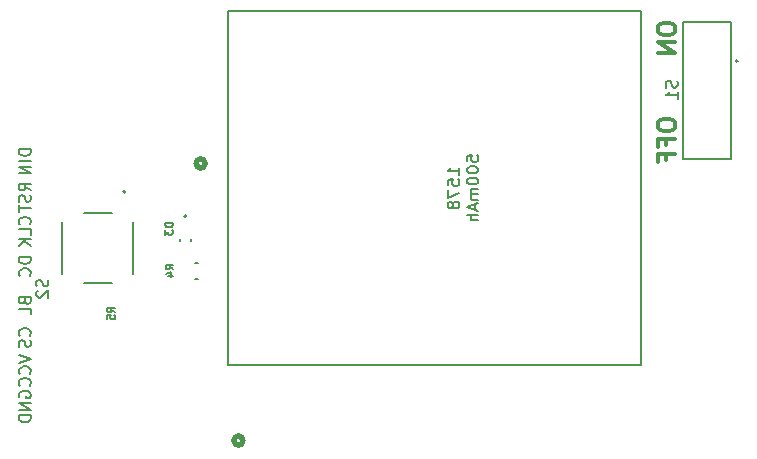
<source format=gbr>
%TF.GenerationSoftware,KiCad,Pcbnew,7.0.8*%
%TF.CreationDate,2024-01-19T17:30:03-07:00*%
%TF.ProjectId,Remote,52656d6f-7465-42e6-9b69-6361645f7063,rev?*%
%TF.SameCoordinates,Original*%
%TF.FileFunction,Legend,Bot*%
%TF.FilePolarity,Positive*%
%FSLAX46Y46*%
G04 Gerber Fmt 4.6, Leading zero omitted, Abs format (unit mm)*
G04 Created by KiCad (PCBNEW 7.0.8) date 2024-01-19 17:30:03*
%MOMM*%
%LPD*%
G01*
G04 APERTURE LIST*
%ADD10C,0.150000*%
%ADD11C,0.300000*%
%ADD12C,0.508000*%
%ADD13C,0.127000*%
%ADD14C,0.200000*%
G04 APERTURE END LIST*
D10*
X132380000Y-88340000D02*
X167390000Y-88340000D01*
X167390000Y-58380000D01*
X132380000Y-58380000D01*
X132380000Y-88340000D01*
D11*
X168790828Y-67880225D02*
X168790828Y-68165939D01*
X168790828Y-68165939D02*
X168862257Y-68308796D01*
X168862257Y-68308796D02*
X169005114Y-68451653D01*
X169005114Y-68451653D02*
X169290828Y-68523082D01*
X169290828Y-68523082D02*
X169790828Y-68523082D01*
X169790828Y-68523082D02*
X170076542Y-68451653D01*
X170076542Y-68451653D02*
X170219400Y-68308796D01*
X170219400Y-68308796D02*
X170290828Y-68165939D01*
X170290828Y-68165939D02*
X170290828Y-67880225D01*
X170290828Y-67880225D02*
X170219400Y-67737368D01*
X170219400Y-67737368D02*
X170076542Y-67594510D01*
X170076542Y-67594510D02*
X169790828Y-67523082D01*
X169790828Y-67523082D02*
X169290828Y-67523082D01*
X169290828Y-67523082D02*
X169005114Y-67594510D01*
X169005114Y-67594510D02*
X168862257Y-67737368D01*
X168862257Y-67737368D02*
X168790828Y-67880225D01*
X169505114Y-69665939D02*
X169505114Y-69165939D01*
X170290828Y-69165939D02*
X168790828Y-69165939D01*
X168790828Y-69165939D02*
X168790828Y-69880225D01*
X169505114Y-70951653D02*
X169505114Y-70451653D01*
X170290828Y-70451653D02*
X168790828Y-70451653D01*
X168790828Y-70451653D02*
X168790828Y-71165939D01*
D10*
X152009819Y-72207142D02*
X152009819Y-71635714D01*
X152009819Y-71921428D02*
X151009819Y-71921428D01*
X151009819Y-71921428D02*
X151152676Y-71826190D01*
X151152676Y-71826190D02*
X151247914Y-71730952D01*
X151247914Y-71730952D02*
X151295533Y-71635714D01*
X151009819Y-73111904D02*
X151009819Y-72635714D01*
X151009819Y-72635714D02*
X151486009Y-72588095D01*
X151486009Y-72588095D02*
X151438390Y-72635714D01*
X151438390Y-72635714D02*
X151390771Y-72730952D01*
X151390771Y-72730952D02*
X151390771Y-72969047D01*
X151390771Y-72969047D02*
X151438390Y-73064285D01*
X151438390Y-73064285D02*
X151486009Y-73111904D01*
X151486009Y-73111904D02*
X151581247Y-73159523D01*
X151581247Y-73159523D02*
X151819342Y-73159523D01*
X151819342Y-73159523D02*
X151914580Y-73111904D01*
X151914580Y-73111904D02*
X151962200Y-73064285D01*
X151962200Y-73064285D02*
X152009819Y-72969047D01*
X152009819Y-72969047D02*
X152009819Y-72730952D01*
X152009819Y-72730952D02*
X151962200Y-72635714D01*
X151962200Y-72635714D02*
X151914580Y-72588095D01*
X151009819Y-73492857D02*
X151009819Y-74159523D01*
X151009819Y-74159523D02*
X152009819Y-73730952D01*
X151438390Y-74683333D02*
X151390771Y-74588095D01*
X151390771Y-74588095D02*
X151343152Y-74540476D01*
X151343152Y-74540476D02*
X151247914Y-74492857D01*
X151247914Y-74492857D02*
X151200295Y-74492857D01*
X151200295Y-74492857D02*
X151105057Y-74540476D01*
X151105057Y-74540476D02*
X151057438Y-74588095D01*
X151057438Y-74588095D02*
X151009819Y-74683333D01*
X151009819Y-74683333D02*
X151009819Y-74873809D01*
X151009819Y-74873809D02*
X151057438Y-74969047D01*
X151057438Y-74969047D02*
X151105057Y-75016666D01*
X151105057Y-75016666D02*
X151200295Y-75064285D01*
X151200295Y-75064285D02*
X151247914Y-75064285D01*
X151247914Y-75064285D02*
X151343152Y-75016666D01*
X151343152Y-75016666D02*
X151390771Y-74969047D01*
X151390771Y-74969047D02*
X151438390Y-74873809D01*
X151438390Y-74873809D02*
X151438390Y-74683333D01*
X151438390Y-74683333D02*
X151486009Y-74588095D01*
X151486009Y-74588095D02*
X151533628Y-74540476D01*
X151533628Y-74540476D02*
X151628866Y-74492857D01*
X151628866Y-74492857D02*
X151819342Y-74492857D01*
X151819342Y-74492857D02*
X151914580Y-74540476D01*
X151914580Y-74540476D02*
X151962200Y-74588095D01*
X151962200Y-74588095D02*
X152009819Y-74683333D01*
X152009819Y-74683333D02*
X152009819Y-74873809D01*
X152009819Y-74873809D02*
X151962200Y-74969047D01*
X151962200Y-74969047D02*
X151914580Y-75016666D01*
X151914580Y-75016666D02*
X151819342Y-75064285D01*
X151819342Y-75064285D02*
X151628866Y-75064285D01*
X151628866Y-75064285D02*
X151533628Y-75016666D01*
X151533628Y-75016666D02*
X151486009Y-74969047D01*
X151486009Y-74969047D02*
X151438390Y-74873809D01*
X152619819Y-71088095D02*
X152619819Y-70611905D01*
X152619819Y-70611905D02*
X153096009Y-70564286D01*
X153096009Y-70564286D02*
X153048390Y-70611905D01*
X153048390Y-70611905D02*
X153000771Y-70707143D01*
X153000771Y-70707143D02*
X153000771Y-70945238D01*
X153000771Y-70945238D02*
X153048390Y-71040476D01*
X153048390Y-71040476D02*
X153096009Y-71088095D01*
X153096009Y-71088095D02*
X153191247Y-71135714D01*
X153191247Y-71135714D02*
X153429342Y-71135714D01*
X153429342Y-71135714D02*
X153524580Y-71088095D01*
X153524580Y-71088095D02*
X153572200Y-71040476D01*
X153572200Y-71040476D02*
X153619819Y-70945238D01*
X153619819Y-70945238D02*
X153619819Y-70707143D01*
X153619819Y-70707143D02*
X153572200Y-70611905D01*
X153572200Y-70611905D02*
X153524580Y-70564286D01*
X152619819Y-71754762D02*
X152619819Y-71850000D01*
X152619819Y-71850000D02*
X152667438Y-71945238D01*
X152667438Y-71945238D02*
X152715057Y-71992857D01*
X152715057Y-71992857D02*
X152810295Y-72040476D01*
X152810295Y-72040476D02*
X153000771Y-72088095D01*
X153000771Y-72088095D02*
X153238866Y-72088095D01*
X153238866Y-72088095D02*
X153429342Y-72040476D01*
X153429342Y-72040476D02*
X153524580Y-71992857D01*
X153524580Y-71992857D02*
X153572200Y-71945238D01*
X153572200Y-71945238D02*
X153619819Y-71850000D01*
X153619819Y-71850000D02*
X153619819Y-71754762D01*
X153619819Y-71754762D02*
X153572200Y-71659524D01*
X153572200Y-71659524D02*
X153524580Y-71611905D01*
X153524580Y-71611905D02*
X153429342Y-71564286D01*
X153429342Y-71564286D02*
X153238866Y-71516667D01*
X153238866Y-71516667D02*
X153000771Y-71516667D01*
X153000771Y-71516667D02*
X152810295Y-71564286D01*
X152810295Y-71564286D02*
X152715057Y-71611905D01*
X152715057Y-71611905D02*
X152667438Y-71659524D01*
X152667438Y-71659524D02*
X152619819Y-71754762D01*
X152619819Y-72707143D02*
X152619819Y-72802381D01*
X152619819Y-72802381D02*
X152667438Y-72897619D01*
X152667438Y-72897619D02*
X152715057Y-72945238D01*
X152715057Y-72945238D02*
X152810295Y-72992857D01*
X152810295Y-72992857D02*
X153000771Y-73040476D01*
X153000771Y-73040476D02*
X153238866Y-73040476D01*
X153238866Y-73040476D02*
X153429342Y-72992857D01*
X153429342Y-72992857D02*
X153524580Y-72945238D01*
X153524580Y-72945238D02*
X153572200Y-72897619D01*
X153572200Y-72897619D02*
X153619819Y-72802381D01*
X153619819Y-72802381D02*
X153619819Y-72707143D01*
X153619819Y-72707143D02*
X153572200Y-72611905D01*
X153572200Y-72611905D02*
X153524580Y-72564286D01*
X153524580Y-72564286D02*
X153429342Y-72516667D01*
X153429342Y-72516667D02*
X153238866Y-72469048D01*
X153238866Y-72469048D02*
X153000771Y-72469048D01*
X153000771Y-72469048D02*
X152810295Y-72516667D01*
X152810295Y-72516667D02*
X152715057Y-72564286D01*
X152715057Y-72564286D02*
X152667438Y-72611905D01*
X152667438Y-72611905D02*
X152619819Y-72707143D01*
X153619819Y-73469048D02*
X152953152Y-73469048D01*
X153048390Y-73469048D02*
X153000771Y-73516667D01*
X153000771Y-73516667D02*
X152953152Y-73611905D01*
X152953152Y-73611905D02*
X152953152Y-73754762D01*
X152953152Y-73754762D02*
X153000771Y-73850000D01*
X153000771Y-73850000D02*
X153096009Y-73897619D01*
X153096009Y-73897619D02*
X153619819Y-73897619D01*
X153096009Y-73897619D02*
X153000771Y-73945238D01*
X153000771Y-73945238D02*
X152953152Y-74040476D01*
X152953152Y-74040476D02*
X152953152Y-74183333D01*
X152953152Y-74183333D02*
X153000771Y-74278572D01*
X153000771Y-74278572D02*
X153096009Y-74326191D01*
X153096009Y-74326191D02*
X153619819Y-74326191D01*
X153334104Y-74754762D02*
X153334104Y-75230952D01*
X153619819Y-74659524D02*
X152619819Y-74992857D01*
X152619819Y-74992857D02*
X153619819Y-75326190D01*
X153619819Y-75659524D02*
X152619819Y-75659524D01*
X153619819Y-76088095D02*
X153096009Y-76088095D01*
X153096009Y-76088095D02*
X153000771Y-76040476D01*
X153000771Y-76040476D02*
X152953152Y-75945238D01*
X152953152Y-75945238D02*
X152953152Y-75802381D01*
X152953152Y-75802381D02*
X153000771Y-75707143D01*
X153000771Y-75707143D02*
X153048390Y-75659524D01*
D11*
X168790828Y-59740225D02*
X168790828Y-60025939D01*
X168790828Y-60025939D02*
X168862257Y-60168796D01*
X168862257Y-60168796D02*
X169005114Y-60311653D01*
X169005114Y-60311653D02*
X169290828Y-60383082D01*
X169290828Y-60383082D02*
X169790828Y-60383082D01*
X169790828Y-60383082D02*
X170076542Y-60311653D01*
X170076542Y-60311653D02*
X170219400Y-60168796D01*
X170219400Y-60168796D02*
X170290828Y-60025939D01*
X170290828Y-60025939D02*
X170290828Y-59740225D01*
X170290828Y-59740225D02*
X170219400Y-59597368D01*
X170219400Y-59597368D02*
X170076542Y-59454510D01*
X170076542Y-59454510D02*
X169790828Y-59383082D01*
X169790828Y-59383082D02*
X169290828Y-59383082D01*
X169290828Y-59383082D02*
X169005114Y-59454510D01*
X169005114Y-59454510D02*
X168862257Y-59597368D01*
X168862257Y-59597368D02*
X168790828Y-59740225D01*
X170290828Y-61025939D02*
X168790828Y-61025939D01*
X168790828Y-61025939D02*
X170290828Y-61883082D01*
X170290828Y-61883082D02*
X168790828Y-61883082D01*
D10*
X115712773Y-79202039D02*
X114712773Y-79202039D01*
X114712773Y-79202039D02*
X114712773Y-79440134D01*
X114712773Y-79440134D02*
X114760392Y-79582991D01*
X114760392Y-79582991D02*
X114855630Y-79678229D01*
X114855630Y-79678229D02*
X114950868Y-79725848D01*
X114950868Y-79725848D02*
X115141344Y-79773467D01*
X115141344Y-79773467D02*
X115284201Y-79773467D01*
X115284201Y-79773467D02*
X115474677Y-79725848D01*
X115474677Y-79725848D02*
X115569915Y-79678229D01*
X115569915Y-79678229D02*
X115665154Y-79582991D01*
X115665154Y-79582991D02*
X115712773Y-79440134D01*
X115712773Y-79440134D02*
X115712773Y-79202039D01*
X115617534Y-80773467D02*
X115665154Y-80725848D01*
X115665154Y-80725848D02*
X115712773Y-80582991D01*
X115712773Y-80582991D02*
X115712773Y-80487753D01*
X115712773Y-80487753D02*
X115665154Y-80344896D01*
X115665154Y-80344896D02*
X115569915Y-80249658D01*
X115569915Y-80249658D02*
X115474677Y-80202039D01*
X115474677Y-80202039D02*
X115284201Y-80154420D01*
X115284201Y-80154420D02*
X115141344Y-80154420D01*
X115141344Y-80154420D02*
X114950868Y-80202039D01*
X114950868Y-80202039D02*
X114855630Y-80249658D01*
X114855630Y-80249658D02*
X114760392Y-80344896D01*
X114760392Y-80344896D02*
X114712773Y-80487753D01*
X114712773Y-80487753D02*
X114712773Y-80582991D01*
X114712773Y-80582991D02*
X114760392Y-80725848D01*
X114760392Y-80725848D02*
X114808011Y-80773467D01*
X170427200Y-64273095D02*
X170474819Y-64415952D01*
X170474819Y-64415952D02*
X170474819Y-64654047D01*
X170474819Y-64654047D02*
X170427200Y-64749285D01*
X170427200Y-64749285D02*
X170379580Y-64796904D01*
X170379580Y-64796904D02*
X170284342Y-64844523D01*
X170284342Y-64844523D02*
X170189104Y-64844523D01*
X170189104Y-64844523D02*
X170093866Y-64796904D01*
X170093866Y-64796904D02*
X170046247Y-64749285D01*
X170046247Y-64749285D02*
X169998628Y-64654047D01*
X169998628Y-64654047D02*
X169951009Y-64463571D01*
X169951009Y-64463571D02*
X169903390Y-64368333D01*
X169903390Y-64368333D02*
X169855771Y-64320714D01*
X169855771Y-64320714D02*
X169760533Y-64273095D01*
X169760533Y-64273095D02*
X169665295Y-64273095D01*
X169665295Y-64273095D02*
X169570057Y-64320714D01*
X169570057Y-64320714D02*
X169522438Y-64368333D01*
X169522438Y-64368333D02*
X169474819Y-64463571D01*
X169474819Y-64463571D02*
X169474819Y-64701666D01*
X169474819Y-64701666D02*
X169522438Y-64844523D01*
X170474819Y-65796904D02*
X170474819Y-65225476D01*
X170474819Y-65511190D02*
X169474819Y-65511190D01*
X169474819Y-65511190D02*
X169617676Y-65415952D01*
X169617676Y-65415952D02*
X169712914Y-65320714D01*
X169712914Y-65320714D02*
X169760533Y-65225476D01*
X122840963Y-83869166D02*
X122538582Y-83657499D01*
X122840963Y-83506309D02*
X122205963Y-83506309D01*
X122205963Y-83506309D02*
X122205963Y-83748214D01*
X122205963Y-83748214D02*
X122236201Y-83808690D01*
X122236201Y-83808690D02*
X122266439Y-83838928D01*
X122266439Y-83838928D02*
X122326915Y-83869166D01*
X122326915Y-83869166D02*
X122417629Y-83869166D01*
X122417629Y-83869166D02*
X122478105Y-83838928D01*
X122478105Y-83838928D02*
X122508344Y-83808690D01*
X122508344Y-83808690D02*
X122538582Y-83748214D01*
X122538582Y-83748214D02*
X122538582Y-83506309D01*
X122205963Y-84443690D02*
X122205963Y-84141309D01*
X122205963Y-84141309D02*
X122508344Y-84111071D01*
X122508344Y-84111071D02*
X122478105Y-84141309D01*
X122478105Y-84141309D02*
X122447867Y-84201785D01*
X122447867Y-84201785D02*
X122447867Y-84352976D01*
X122447867Y-84352976D02*
X122478105Y-84413452D01*
X122478105Y-84413452D02*
X122508344Y-84443690D01*
X122508344Y-84443690D02*
X122568820Y-84473928D01*
X122568820Y-84473928D02*
X122720010Y-84473928D01*
X122720010Y-84473928D02*
X122780486Y-84443690D01*
X122780486Y-84443690D02*
X122810725Y-84413452D01*
X122810725Y-84413452D02*
X122840963Y-84352976D01*
X122840963Y-84352976D02*
X122840963Y-84201785D01*
X122840963Y-84201785D02*
X122810725Y-84141309D01*
X122810725Y-84141309D02*
X122780486Y-84111071D01*
X115712773Y-70057121D02*
X114712773Y-70057121D01*
X114712773Y-70057121D02*
X114712773Y-70295216D01*
X114712773Y-70295216D02*
X114760392Y-70438073D01*
X114760392Y-70438073D02*
X114855630Y-70533311D01*
X114855630Y-70533311D02*
X114950868Y-70580930D01*
X114950868Y-70580930D02*
X115141344Y-70628549D01*
X115141344Y-70628549D02*
X115284201Y-70628549D01*
X115284201Y-70628549D02*
X115474677Y-70580930D01*
X115474677Y-70580930D02*
X115569915Y-70533311D01*
X115569915Y-70533311D02*
X115665154Y-70438073D01*
X115665154Y-70438073D02*
X115712773Y-70295216D01*
X115712773Y-70295216D02*
X115712773Y-70057121D01*
X115712773Y-71057121D02*
X114712773Y-71057121D01*
X115712773Y-71533311D02*
X114712773Y-71533311D01*
X114712773Y-71533311D02*
X115712773Y-72104739D01*
X115712773Y-72104739D02*
X114712773Y-72104739D01*
X117148200Y-81102095D02*
X117195819Y-81244952D01*
X117195819Y-81244952D02*
X117195819Y-81483047D01*
X117195819Y-81483047D02*
X117148200Y-81578285D01*
X117148200Y-81578285D02*
X117100580Y-81625904D01*
X117100580Y-81625904D02*
X117005342Y-81673523D01*
X117005342Y-81673523D02*
X116910104Y-81673523D01*
X116910104Y-81673523D02*
X116814866Y-81625904D01*
X116814866Y-81625904D02*
X116767247Y-81578285D01*
X116767247Y-81578285D02*
X116719628Y-81483047D01*
X116719628Y-81483047D02*
X116672009Y-81292571D01*
X116672009Y-81292571D02*
X116624390Y-81197333D01*
X116624390Y-81197333D02*
X116576771Y-81149714D01*
X116576771Y-81149714D02*
X116481533Y-81102095D01*
X116481533Y-81102095D02*
X116386295Y-81102095D01*
X116386295Y-81102095D02*
X116291057Y-81149714D01*
X116291057Y-81149714D02*
X116243438Y-81197333D01*
X116243438Y-81197333D02*
X116195819Y-81292571D01*
X116195819Y-81292571D02*
X116195819Y-81530666D01*
X116195819Y-81530666D02*
X116243438Y-81673523D01*
X116291057Y-82054476D02*
X116243438Y-82102095D01*
X116243438Y-82102095D02*
X116195819Y-82197333D01*
X116195819Y-82197333D02*
X116195819Y-82435428D01*
X116195819Y-82435428D02*
X116243438Y-82530666D01*
X116243438Y-82530666D02*
X116291057Y-82578285D01*
X116291057Y-82578285D02*
X116386295Y-82625904D01*
X116386295Y-82625904D02*
X116481533Y-82625904D01*
X116481533Y-82625904D02*
X116624390Y-82578285D01*
X116624390Y-82578285D02*
X117195819Y-82006857D01*
X117195819Y-82006857D02*
X117195819Y-82625904D01*
X114760392Y-91071665D02*
X114712773Y-90976427D01*
X114712773Y-90976427D02*
X114712773Y-90833570D01*
X114712773Y-90833570D02*
X114760392Y-90690713D01*
X114760392Y-90690713D02*
X114855630Y-90595475D01*
X114855630Y-90595475D02*
X114950868Y-90547856D01*
X114950868Y-90547856D02*
X115141344Y-90500237D01*
X115141344Y-90500237D02*
X115284201Y-90500237D01*
X115284201Y-90500237D02*
X115474677Y-90547856D01*
X115474677Y-90547856D02*
X115569915Y-90595475D01*
X115569915Y-90595475D02*
X115665154Y-90690713D01*
X115665154Y-90690713D02*
X115712773Y-90833570D01*
X115712773Y-90833570D02*
X115712773Y-90928808D01*
X115712773Y-90928808D02*
X115665154Y-91071665D01*
X115665154Y-91071665D02*
X115617534Y-91119284D01*
X115617534Y-91119284D02*
X115284201Y-91119284D01*
X115284201Y-91119284D02*
X115284201Y-90928808D01*
X115712773Y-91547856D02*
X114712773Y-91547856D01*
X114712773Y-91547856D02*
X115712773Y-92119284D01*
X115712773Y-92119284D02*
X114712773Y-92119284D01*
X115712773Y-92595475D02*
X114712773Y-92595475D01*
X114712773Y-92595475D02*
X114712773Y-92833570D01*
X114712773Y-92833570D02*
X114760392Y-92976427D01*
X114760392Y-92976427D02*
X114855630Y-93071665D01*
X114855630Y-93071665D02*
X114950868Y-93119284D01*
X114950868Y-93119284D02*
X115141344Y-93166903D01*
X115141344Y-93166903D02*
X115284201Y-93166903D01*
X115284201Y-93166903D02*
X115474677Y-93119284D01*
X115474677Y-93119284D02*
X115569915Y-93071665D01*
X115569915Y-93071665D02*
X115665154Y-92976427D01*
X115665154Y-92976427D02*
X115712773Y-92833570D01*
X115712773Y-92833570D02*
X115712773Y-92595475D01*
X127732302Y-76317129D02*
X127097302Y-76317129D01*
X127097302Y-76317129D02*
X127097302Y-76468319D01*
X127097302Y-76468319D02*
X127127540Y-76559034D01*
X127127540Y-76559034D02*
X127188016Y-76619510D01*
X127188016Y-76619510D02*
X127248492Y-76649748D01*
X127248492Y-76649748D02*
X127369444Y-76679986D01*
X127369444Y-76679986D02*
X127460159Y-76679986D01*
X127460159Y-76679986D02*
X127581111Y-76649748D01*
X127581111Y-76649748D02*
X127641587Y-76619510D01*
X127641587Y-76619510D02*
X127702064Y-76559034D01*
X127702064Y-76559034D02*
X127732302Y-76468319D01*
X127732302Y-76468319D02*
X127732302Y-76317129D01*
X127097302Y-76891653D02*
X127097302Y-77284748D01*
X127097302Y-77284748D02*
X127339206Y-77073081D01*
X127339206Y-77073081D02*
X127339206Y-77163796D01*
X127339206Y-77163796D02*
X127369444Y-77224272D01*
X127369444Y-77224272D02*
X127399683Y-77254510D01*
X127399683Y-77254510D02*
X127460159Y-77284748D01*
X127460159Y-77284748D02*
X127611349Y-77284748D01*
X127611349Y-77284748D02*
X127671825Y-77254510D01*
X127671825Y-77254510D02*
X127702064Y-77224272D01*
X127702064Y-77224272D02*
X127732302Y-77163796D01*
X127732302Y-77163796D02*
X127732302Y-76982367D01*
X127732302Y-76982367D02*
X127702064Y-76921891D01*
X127702064Y-76921891D02*
X127671825Y-76891653D01*
X115617534Y-85847491D02*
X115665154Y-85799872D01*
X115665154Y-85799872D02*
X115712773Y-85657015D01*
X115712773Y-85657015D02*
X115712773Y-85561777D01*
X115712773Y-85561777D02*
X115665154Y-85418920D01*
X115665154Y-85418920D02*
X115569915Y-85323682D01*
X115569915Y-85323682D02*
X115474677Y-85276063D01*
X115474677Y-85276063D02*
X115284201Y-85228444D01*
X115284201Y-85228444D02*
X115141344Y-85228444D01*
X115141344Y-85228444D02*
X114950868Y-85276063D01*
X114950868Y-85276063D02*
X114855630Y-85323682D01*
X114855630Y-85323682D02*
X114760392Y-85418920D01*
X114760392Y-85418920D02*
X114712773Y-85561777D01*
X114712773Y-85561777D02*
X114712773Y-85657015D01*
X114712773Y-85657015D02*
X114760392Y-85799872D01*
X114760392Y-85799872D02*
X114808011Y-85847491D01*
X115665154Y-86228444D02*
X115712773Y-86371301D01*
X115712773Y-86371301D02*
X115712773Y-86609396D01*
X115712773Y-86609396D02*
X115665154Y-86704634D01*
X115665154Y-86704634D02*
X115617534Y-86752253D01*
X115617534Y-86752253D02*
X115522296Y-86799872D01*
X115522296Y-86799872D02*
X115427058Y-86799872D01*
X115427058Y-86799872D02*
X115331820Y-86752253D01*
X115331820Y-86752253D02*
X115284201Y-86704634D01*
X115284201Y-86704634D02*
X115236582Y-86609396D01*
X115236582Y-86609396D02*
X115188963Y-86418920D01*
X115188963Y-86418920D02*
X115141344Y-86323682D01*
X115141344Y-86323682D02*
X115093725Y-86276063D01*
X115093725Y-86276063D02*
X114998487Y-86228444D01*
X114998487Y-86228444D02*
X114903249Y-86228444D01*
X114903249Y-86228444D02*
X114808011Y-86276063D01*
X114808011Y-86276063D02*
X114760392Y-86323682D01*
X114760392Y-86323682D02*
X114712773Y-86418920D01*
X114712773Y-86418920D02*
X114712773Y-86657015D01*
X114712773Y-86657015D02*
X114760392Y-86799872D01*
X127790963Y-80224166D02*
X127488582Y-80012499D01*
X127790963Y-79861309D02*
X127155963Y-79861309D01*
X127155963Y-79861309D02*
X127155963Y-80103214D01*
X127155963Y-80103214D02*
X127186201Y-80163690D01*
X127186201Y-80163690D02*
X127216439Y-80193928D01*
X127216439Y-80193928D02*
X127276915Y-80224166D01*
X127276915Y-80224166D02*
X127367629Y-80224166D01*
X127367629Y-80224166D02*
X127428105Y-80193928D01*
X127428105Y-80193928D02*
X127458344Y-80163690D01*
X127458344Y-80163690D02*
X127488582Y-80103214D01*
X127488582Y-80103214D02*
X127488582Y-79861309D01*
X127367629Y-80768452D02*
X127790963Y-80768452D01*
X127125725Y-80617261D02*
X127579296Y-80466071D01*
X127579296Y-80466071D02*
X127579296Y-80859166D01*
X115617534Y-76425691D02*
X115665154Y-76378072D01*
X115665154Y-76378072D02*
X115712773Y-76235215D01*
X115712773Y-76235215D02*
X115712773Y-76139977D01*
X115712773Y-76139977D02*
X115665154Y-75997120D01*
X115665154Y-75997120D02*
X115569915Y-75901882D01*
X115569915Y-75901882D02*
X115474677Y-75854263D01*
X115474677Y-75854263D02*
X115284201Y-75806644D01*
X115284201Y-75806644D02*
X115141344Y-75806644D01*
X115141344Y-75806644D02*
X114950868Y-75854263D01*
X114950868Y-75854263D02*
X114855630Y-75901882D01*
X114855630Y-75901882D02*
X114760392Y-75997120D01*
X114760392Y-75997120D02*
X114712773Y-76139977D01*
X114712773Y-76139977D02*
X114712773Y-76235215D01*
X114712773Y-76235215D02*
X114760392Y-76378072D01*
X114760392Y-76378072D02*
X114808011Y-76425691D01*
X115712773Y-77330453D02*
X115712773Y-76854263D01*
X115712773Y-76854263D02*
X114712773Y-76854263D01*
X115712773Y-77663787D02*
X114712773Y-77663787D01*
X115712773Y-78235215D02*
X115141344Y-77806644D01*
X114712773Y-78235215D02*
X115284201Y-77663787D01*
X115188963Y-82907596D02*
X115236582Y-83050453D01*
X115236582Y-83050453D02*
X115284201Y-83098072D01*
X115284201Y-83098072D02*
X115379439Y-83145691D01*
X115379439Y-83145691D02*
X115522296Y-83145691D01*
X115522296Y-83145691D02*
X115617534Y-83098072D01*
X115617534Y-83098072D02*
X115665154Y-83050453D01*
X115665154Y-83050453D02*
X115712773Y-82955215D01*
X115712773Y-82955215D02*
X115712773Y-82574263D01*
X115712773Y-82574263D02*
X114712773Y-82574263D01*
X114712773Y-82574263D02*
X114712773Y-82907596D01*
X114712773Y-82907596D02*
X114760392Y-83002834D01*
X114760392Y-83002834D02*
X114808011Y-83050453D01*
X114808011Y-83050453D02*
X114903249Y-83098072D01*
X114903249Y-83098072D02*
X114998487Y-83098072D01*
X114998487Y-83098072D02*
X115093725Y-83050453D01*
X115093725Y-83050453D02*
X115141344Y-83002834D01*
X115141344Y-83002834D02*
X115188963Y-82907596D01*
X115188963Y-82907596D02*
X115188963Y-82574263D01*
X115712773Y-84050453D02*
X115712773Y-83574263D01*
X115712773Y-83574263D02*
X114712773Y-83574263D01*
X115712773Y-73554092D02*
X115236582Y-73220759D01*
X115712773Y-72982664D02*
X114712773Y-72982664D01*
X114712773Y-72982664D02*
X114712773Y-73363616D01*
X114712773Y-73363616D02*
X114760392Y-73458854D01*
X114760392Y-73458854D02*
X114808011Y-73506473D01*
X114808011Y-73506473D02*
X114903249Y-73554092D01*
X114903249Y-73554092D02*
X115046106Y-73554092D01*
X115046106Y-73554092D02*
X115141344Y-73506473D01*
X115141344Y-73506473D02*
X115188963Y-73458854D01*
X115188963Y-73458854D02*
X115236582Y-73363616D01*
X115236582Y-73363616D02*
X115236582Y-72982664D01*
X115665154Y-73935045D02*
X115712773Y-74077902D01*
X115712773Y-74077902D02*
X115712773Y-74315997D01*
X115712773Y-74315997D02*
X115665154Y-74411235D01*
X115665154Y-74411235D02*
X115617534Y-74458854D01*
X115617534Y-74458854D02*
X115522296Y-74506473D01*
X115522296Y-74506473D02*
X115427058Y-74506473D01*
X115427058Y-74506473D02*
X115331820Y-74458854D01*
X115331820Y-74458854D02*
X115284201Y-74411235D01*
X115284201Y-74411235D02*
X115236582Y-74315997D01*
X115236582Y-74315997D02*
X115188963Y-74125521D01*
X115188963Y-74125521D02*
X115141344Y-74030283D01*
X115141344Y-74030283D02*
X115093725Y-73982664D01*
X115093725Y-73982664D02*
X114998487Y-73935045D01*
X114998487Y-73935045D02*
X114903249Y-73935045D01*
X114903249Y-73935045D02*
X114808011Y-73982664D01*
X114808011Y-73982664D02*
X114760392Y-74030283D01*
X114760392Y-74030283D02*
X114712773Y-74125521D01*
X114712773Y-74125521D02*
X114712773Y-74363616D01*
X114712773Y-74363616D02*
X114760392Y-74506473D01*
X114712773Y-74792188D02*
X114712773Y-75363616D01*
X115712773Y-75077902D02*
X114712773Y-75077902D01*
X114712773Y-87501257D02*
X115712773Y-87834590D01*
X115712773Y-87834590D02*
X114712773Y-88167923D01*
X115617534Y-89072685D02*
X115665154Y-89025066D01*
X115665154Y-89025066D02*
X115712773Y-88882209D01*
X115712773Y-88882209D02*
X115712773Y-88786971D01*
X115712773Y-88786971D02*
X115665154Y-88644114D01*
X115665154Y-88644114D02*
X115569915Y-88548876D01*
X115569915Y-88548876D02*
X115474677Y-88501257D01*
X115474677Y-88501257D02*
X115284201Y-88453638D01*
X115284201Y-88453638D02*
X115141344Y-88453638D01*
X115141344Y-88453638D02*
X114950868Y-88501257D01*
X114950868Y-88501257D02*
X114855630Y-88548876D01*
X114855630Y-88548876D02*
X114760392Y-88644114D01*
X114760392Y-88644114D02*
X114712773Y-88786971D01*
X114712773Y-88786971D02*
X114712773Y-88882209D01*
X114712773Y-88882209D02*
X114760392Y-89025066D01*
X114760392Y-89025066D02*
X114808011Y-89072685D01*
X115617534Y-90072685D02*
X115665154Y-90025066D01*
X115665154Y-90025066D02*
X115712773Y-89882209D01*
X115712773Y-89882209D02*
X115712773Y-89786971D01*
X115712773Y-89786971D02*
X115665154Y-89644114D01*
X115665154Y-89644114D02*
X115569915Y-89548876D01*
X115569915Y-89548876D02*
X115474677Y-89501257D01*
X115474677Y-89501257D02*
X115284201Y-89453638D01*
X115284201Y-89453638D02*
X115141344Y-89453638D01*
X115141344Y-89453638D02*
X114950868Y-89501257D01*
X114950868Y-89501257D02*
X114855630Y-89548876D01*
X114855630Y-89548876D02*
X114760392Y-89644114D01*
X114760392Y-89644114D02*
X114712773Y-89786971D01*
X114712773Y-89786971D02*
X114712773Y-89882209D01*
X114712773Y-89882209D02*
X114760392Y-90025066D01*
X114760392Y-90025066D02*
X114808011Y-90072685D01*
D12*
%TO.C,J4*%
X130481000Y-71271800D02*
G75*
G03*
X130481000Y-71271800I-381000J0D01*
G01*
%TO.C,J3*%
X133676000Y-94730000D02*
G75*
G03*
X133676000Y-94730000I-381000J0D01*
G01*
D13*
%TO.C,S1*%
X174975000Y-59315000D02*
X170975000Y-59315000D01*
X170975000Y-59315000D02*
X170975000Y-70915000D01*
X174975000Y-70915000D02*
X174975000Y-59315000D01*
X170975000Y-70915000D02*
X174975000Y-70915000D01*
D14*
X175575000Y-62615000D02*
G75*
G03*
X175575000Y-62615000I-100000J0D01*
G01*
D13*
%TO.C,S2*%
X120197500Y-75429000D02*
X122562500Y-75429000D01*
X124380000Y-76246500D02*
X124380000Y-80611500D01*
X118380000Y-76246500D02*
X118380000Y-80611500D01*
X120197500Y-81429000D02*
X122562500Y-81429000D01*
D14*
X123730000Y-73679000D02*
G75*
G03*
X123730000Y-73679000I-100000J0D01*
G01*
D13*
%TO.C,D3*%
X128350000Y-77653500D02*
X128350000Y-77823500D01*
X129250000Y-77823500D02*
X129250000Y-77653500D01*
D14*
X128900000Y-75738500D02*
G75*
G03*
X128900000Y-75738500I-100000J0D01*
G01*
D13*
%TO.C,R4*%
X129835000Y-81050000D02*
X129595000Y-81050000D01*
X129835000Y-79690000D02*
X129595000Y-79690000D01*
%TD*%
M02*

</source>
